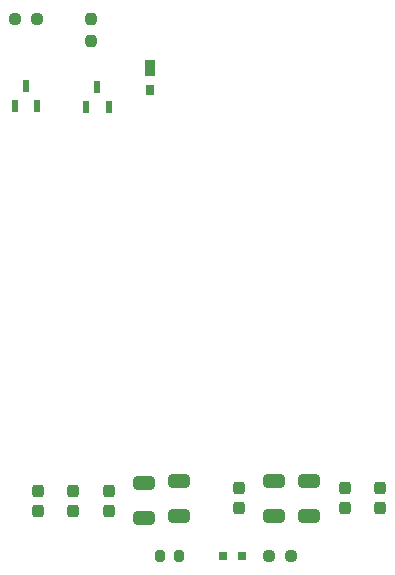
<source format=gbr>
%TF.GenerationSoftware,KiCad,Pcbnew,8.0.8*%
%TF.CreationDate,2025-02-04T22:00:34-05:00*%
%TF.ProjectId,lysimeter-pcb,6c797369-6d65-4746-9572-2d7063622e6b,rev?*%
%TF.SameCoordinates,Original*%
%TF.FileFunction,Paste,Top*%
%TF.FilePolarity,Positive*%
%FSLAX46Y46*%
G04 Gerber Fmt 4.6, Leading zero omitted, Abs format (unit mm)*
G04 Created by KiCad (PCBNEW 8.0.8) date 2025-02-04 22:00:34*
%MOMM*%
%LPD*%
G01*
G04 APERTURE LIST*
G04 Aperture macros list*
%AMRoundRect*
0 Rectangle with rounded corners*
0 $1 Rounding radius*
0 $2 $3 $4 $5 $6 $7 $8 $9 X,Y pos of 4 corners*
0 Add a 4 corners polygon primitive as box body*
4,1,4,$2,$3,$4,$5,$6,$7,$8,$9,$2,$3,0*
0 Add four circle primitives for the rounded corners*
1,1,$1+$1,$2,$3*
1,1,$1+$1,$4,$5*
1,1,$1+$1,$6,$7*
1,1,$1+$1,$8,$9*
0 Add four rect primitives between the rounded corners*
20,1,$1+$1,$2,$3,$4,$5,0*
20,1,$1+$1,$4,$5,$6,$7,0*
20,1,$1+$1,$6,$7,$8,$9,0*
20,1,$1+$1,$8,$9,$2,$3,0*%
G04 Aperture macros list end*
%ADD10RoundRect,0.250000X-0.650000X0.325000X-0.650000X-0.325000X0.650000X-0.325000X0.650000X0.325000X0*%
%ADD11R,0.508000X1.016000*%
%ADD12RoundRect,0.237500X-0.237500X0.300000X-0.237500X-0.300000X0.237500X-0.300000X0.237500X0.300000X0*%
%ADD13R,0.838200X1.447800*%
%ADD14R,0.711200X0.914400*%
%ADD15RoundRect,0.237500X-0.237500X0.250000X-0.237500X-0.250000X0.237500X-0.250000X0.237500X0.250000X0*%
%ADD16RoundRect,0.237500X0.250000X0.237500X-0.250000X0.237500X-0.250000X-0.237500X0.250000X-0.237500X0*%
%ADD17RoundRect,0.200000X0.200000X0.275000X-0.200000X0.275000X-0.200000X-0.275000X0.200000X-0.275000X0*%
%ADD18R,0.800000X0.800000*%
G04 APERTURE END LIST*
D10*
%TO.C,C9*%
X160000000Y-130162500D03*
X160000000Y-133112500D03*
%TD*%
D11*
%TO.C,Q4*%
X141095000Y-98500000D03*
X143000000Y-98500000D03*
X142047500Y-96809150D03*
%TD*%
D12*
%TO.C,C6*%
X163000000Y-130775000D03*
X163000000Y-132500000D03*
%TD*%
%TO.C,C7*%
X154000000Y-130775000D03*
X154000000Y-132500000D03*
%TD*%
%TO.C,C5*%
X166000000Y-130775000D03*
X166000000Y-132500000D03*
%TD*%
%TO.C,C2*%
X143000000Y-131000000D03*
X143000000Y-132725000D03*
%TD*%
D10*
%TO.C,C8*%
X149000000Y-130162500D03*
X149000000Y-133112500D03*
%TD*%
%TO.C,C1*%
X146000000Y-130387500D03*
X146000000Y-133337500D03*
%TD*%
%TO.C,C10*%
X157000000Y-130162500D03*
X157000000Y-133112500D03*
%TD*%
D13*
%TO.C,CR2*%
X146500000Y-95225300D03*
D14*
X146500000Y-97041400D03*
%TD*%
D15*
%TO.C,R6*%
X141500000Y-91087500D03*
X141500000Y-92912500D03*
%TD*%
D16*
%TO.C,R1*%
X158412500Y-136500000D03*
X156587500Y-136500000D03*
%TD*%
D17*
%TO.C,R2*%
X149000000Y-136500000D03*
X147350000Y-136500000D03*
%TD*%
D16*
%TO.C,R5*%
X136912500Y-91087500D03*
X135087500Y-91087500D03*
%TD*%
D11*
%TO.C,Q3*%
X135047500Y-98394400D03*
X136952500Y-98394400D03*
X136000000Y-96703550D03*
%TD*%
D12*
%TO.C,C4*%
X137000000Y-131000000D03*
X137000000Y-132725000D03*
%TD*%
%TO.C,C3*%
X140000000Y-131000000D03*
X140000000Y-132725000D03*
%TD*%
D18*
%TO.C,D1*%
X152675000Y-136500000D03*
X154275000Y-136500000D03*
%TD*%
M02*

</source>
